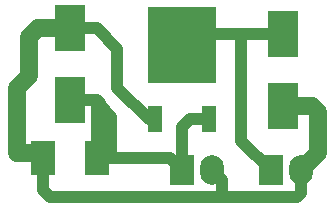
<source format=gbr>
G04 #@! TF.GenerationSoftware,KiCad,Pcbnew,(5.1.5)-3*
G04 #@! TF.CreationDate,2020-04-05T22:27:04+03:00*
G04 #@! TF.ProjectId,3.3V_Besleme,332e3356-5f42-4657-936c-656d652e6b69,rev?*
G04 #@! TF.SameCoordinates,Original*
G04 #@! TF.FileFunction,Copper,L1,Top*
G04 #@! TF.FilePolarity,Positive*
%FSLAX46Y46*%
G04 Gerber Fmt 4.6, Leading zero omitted, Abs format (unit mm)*
G04 Created by KiCad (PCBNEW (5.1.5)-3) date 2020-04-05 22:27:04*
%MOMM*%
%LPD*%
G04 APERTURE LIST*
%ADD10R,1.200000X2.200000*%
%ADD11R,5.800000X6.400000*%
%ADD12R,2.750000X3.050000*%
%ADD13R,2.000000X2.500000*%
%ADD14O,2.000000X2.500000*%
%ADD15R,2.000000X3.000000*%
%ADD16R,2.500000X4.000000*%
%ADD17C,1.000000*%
%ADD18C,1.500000*%
G04 APERTURE END LIST*
D10*
X149220000Y-88200000D03*
X153780000Y-88200000D03*
D11*
X151500000Y-81900000D03*
D12*
X153025000Y-80225000D03*
X149975000Y-83575000D03*
X149975000Y-80225000D03*
X153025000Y-83575000D03*
D13*
X159000000Y-92500000D03*
D14*
X161540000Y-92500000D03*
D13*
X151500000Y-92500000D03*
D14*
X154040000Y-92500000D03*
D15*
X144325000Y-91500000D03*
X139675000Y-91500000D03*
D16*
X160000000Y-80950000D03*
X160000000Y-87050000D03*
X142000000Y-86550000D03*
X142000000Y-80450000D03*
D17*
X150500000Y-91500000D02*
X151500000Y-92500000D01*
X144250000Y-86550000D02*
X144500000Y-86800000D01*
X142000000Y-86550000D02*
X144250000Y-86550000D01*
X144500000Y-86800000D02*
X144325000Y-86975000D01*
X144500000Y-86800000D02*
X144500000Y-87000000D01*
X144500000Y-87000000D02*
X145500000Y-88000000D01*
X144325000Y-91500000D02*
X145500000Y-91500000D01*
X145500000Y-91500000D02*
X150500000Y-91500000D01*
X144325000Y-88675000D02*
X145175000Y-88675000D01*
X144325000Y-86975000D02*
X144325000Y-88675000D01*
X145500000Y-88350000D02*
X145175000Y-88675000D01*
X145500000Y-88000000D02*
X145500000Y-88350000D01*
X144325000Y-88675000D02*
X145000000Y-88000000D01*
X144325000Y-90675000D02*
X145500000Y-89500000D01*
X145500000Y-88000000D02*
X145500000Y-89500000D01*
X144325000Y-91500000D02*
X144325000Y-90675000D01*
X145500000Y-89500000D02*
X145500000Y-91500000D01*
X144325000Y-88675000D02*
X144325000Y-91500000D01*
X145175000Y-88675000D02*
X145175000Y-89325000D01*
X152180000Y-88200000D02*
X153780000Y-88200000D01*
X151500000Y-88880000D02*
X152180000Y-88200000D01*
X151500000Y-92500000D02*
X151500000Y-88880000D01*
D18*
X137500000Y-91000000D02*
X139175000Y-91000000D01*
X139250000Y-80450000D02*
X138500000Y-81200000D01*
X139175000Y-91000000D02*
X139675000Y-91500000D01*
X137500000Y-85500000D02*
X137500000Y-91000000D01*
X142000000Y-80450000D02*
X139250000Y-80450000D01*
X138500000Y-81200000D02*
X138500000Y-84500000D01*
X138500000Y-84500000D02*
X137500000Y-85500000D01*
X160000000Y-87050000D02*
X162450000Y-87050000D01*
X162450000Y-87050000D02*
X163000000Y-87600000D01*
X163000000Y-91040000D02*
X161540000Y-92500000D01*
X163000000Y-87600000D02*
X163000000Y-91040000D01*
D17*
X161540000Y-92500000D02*
X161540000Y-94460000D01*
X161540000Y-94460000D02*
X161225010Y-94774990D01*
X161225010Y-94774990D02*
X140274990Y-94774990D01*
X139675000Y-94175000D02*
X139675000Y-91500000D01*
X140274990Y-94774990D02*
X139675000Y-94175000D01*
X148700000Y-88200000D02*
X149220000Y-88200000D01*
X146000000Y-85500000D02*
X148700000Y-88200000D01*
X146000000Y-82200000D02*
X146000000Y-85500000D01*
X142000000Y-80450000D02*
X144250000Y-80450000D01*
X144250000Y-80450000D02*
X146000000Y-82200000D01*
X154040000Y-92500000D02*
X154889999Y-93349999D01*
X154889999Y-94774990D02*
X155000000Y-94774990D01*
X154889999Y-93349999D02*
X154889999Y-94774990D01*
X152450000Y-80950000D02*
X151500000Y-81900000D01*
X156500000Y-90000000D02*
X156500000Y-81000000D01*
X159000000Y-92500000D02*
X156500000Y-90000000D01*
X160000000Y-80950000D02*
X156500000Y-81000000D01*
X156500000Y-81000000D02*
X152450000Y-80950000D01*
M02*

</source>
